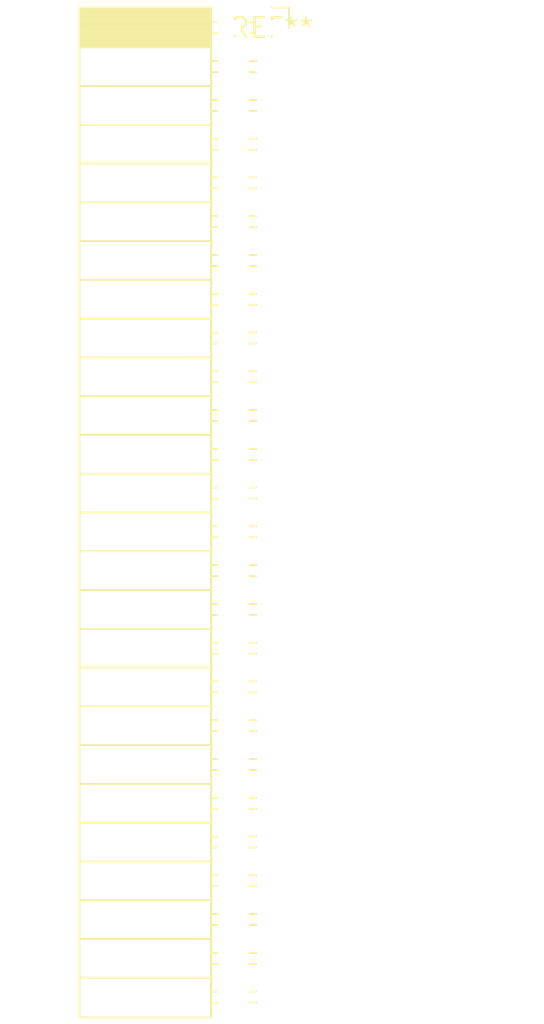
<source format=kicad_pcb>
(kicad_pcb (version 20240108) (generator pcbnew)
  (layers (0 "F.Cu" signal) (31 "B.Cu" signal) (34 "B.Paste" user) (35 "F.Paste" user) (36 "B.SilkS" user "B.Silkscreen") (37 "F.SilkS" user "F.Silkscreen") (38 "B.Mask" user) (39 "F.Mask" user) (44 "Edge.Cuts" user))
  (net 0 "")
  (footprint "PinSocket_2x26_P2.54mm_Horizontal" (layer "F.Cu") (at 0 0)
    (property "Reference" "REF**")
    (property "Value" "PinSocket_2x26_P2.54mm_Horizontal")
    (fp_line (start -12.63 -1.33) (end -12.63 64.83) (layer "F.SilkS") (stroke (width 0.12)))
    (fp_line (start -12.63 -1.33) (end -4 -1.33) (layer "F.SilkS") (stroke (width 0.12)))
    (fp_line (start -12.63 -1.21) (end -4 -1.21) (layer "F.SilkS") (stroke (width 0.12)))
    (fp_line (start -12.63 -1.091905) (end -4 -1.091905) (layer "F.SilkS") (stroke (width 0.12)))
    (fp_line (start -12.63 -0.97381) (end -4 -0.97381) (layer "F.SilkS") (stroke (width 0.12)))
    (fp_line (start -12.63 -0.855715) (end -4 -0.855715) (layer "F.SilkS") (stroke (width 0.12)))
    (fp_line (start -12.63 -0.73762) (end -4 -0.73762) (layer "F.SilkS") (stroke (width 0.12)))
    (fp_line (start -12.63 -0.619525) (end -4 -0.619525) (layer "F.SilkS") (stroke (width 0.12)))
    (fp_line (start -12.63 -0.50143) (end -4 -0.50143) (layer "F.SilkS") (stroke (width 0.12)))
    (fp_line (start -12.63 -0.383335) (end -4 -0.383335) (layer "F.SilkS") (stroke (width 0.12)))
    (fp_line (start -12.63 -0.26524) (end -4 -0.26524) (layer "F.SilkS") (stroke (width 0.12)))
    (fp_line (start -12.63 -0.147145) (end -4 -0.147145) (layer "F.SilkS") (stroke (width 0.12)))
    (fp_line (start -12.63 -0.02905) (end -4 -0.02905) (layer "F.SilkS") (stroke (width 0.12)))
    (fp_line (start -12.63 0.089045) (end -4 0.089045) (layer "F.SilkS") (stroke (width 0.12)))
    (fp_line (start -12.63 0.20714) (end -4 0.20714) (layer "F.SilkS") (stroke (width 0.12)))
    (fp_line (start -12.63 0.325235) (end -4 0.325235) (layer "F.SilkS") (stroke (width 0.12)))
    (fp_line (start -12.63 0.44333) (end -4 0.44333) (layer "F.SilkS") (stroke (width 0.12)))
    (fp_line (start -12.63 0.561425) (end -4 0.561425) (layer "F.SilkS") (stroke (width 0.12)))
    (fp_line (start -12.63 0.67952) (end -4 0.67952) (layer "F.SilkS") (stroke (width 0.12)))
    (fp_line (start -12.63 0.797615) (end -4 0.797615) (layer "F.SilkS") (stroke (width 0.12)))
    (fp_line (start -12.63 0.91571) (end -4 0.91571) (layer "F.SilkS") (stroke (width 0.12)))
    (fp_line (start -12.63 1.033805) (end -4 1.033805) (layer "F.SilkS") (stroke (width 0.12)))
    (fp_line (start -12.63 1.1519) (end -4 1.1519) (layer "F.SilkS") (stroke (width 0.12)))
    (fp_line (start -12.63 1.27) (end -4 1.27) (layer "F.SilkS") (stroke (width 0.12)))
    (fp_line (start -12.63 3.81) (end -4 3.81) (layer "F.SilkS") (stroke (width 0.12)))
    (fp_line (start -12.63 6.35) (end -4 6.35) (layer "F.SilkS") (stroke (width 0.12)))
    (fp_line (start -12.63 8.89) (end -4 8.89) (layer "F.SilkS") (stroke (width 0.12)))
    (fp_line (start -12.63 11.43) (end -4 11.43) (layer "F.SilkS") (stroke (width 0.12)))
    (fp_line (start -12.63 13.97) (end -4 13.97) (layer "F.SilkS") (stroke (width 0.12)))
    (fp_line (start -12.63 16.51) (end -4 16.51) (layer "F.SilkS") (stroke (width 0.12)))
    (fp_line (start -12.63 19.05) (end -4 19.05) (layer "F.SilkS") (stroke (width 0.12)))
    (fp_line (start -12.63 21.59) (end -4 21.59) (layer "F.SilkS") (stroke (width 0.12)))
    (fp_line (start -12.63 24.13) (end -4 24.13) (layer "F.SilkS") (stroke (width 0.12)))
    (fp_line (start -12.63 26.67) (end -4 26.67) (layer "F.SilkS") (stroke (width 0.12)))
    (fp_line (start -12.63 29.21) (end -4 29.21) (layer "F.SilkS") (stroke (width 0.12)))
    (fp_line (start -12.63 31.75) (end -4 31.75) (layer "F.SilkS") (stroke (width 0.12)))
    (fp_line (start -12.63 34.29) (end -4 34.29) (layer "F.SilkS") (stroke (width 0.12)))
    (fp_line (start -12.63 36.83) (end -4 36.83) (layer "F.SilkS") (stroke (width 0.12)))
    (fp_line (start -12.63 39.37) (end -4 39.37) (layer "F.SilkS") (stroke (width 0.12)))
    (fp_line (start -12.63 41.91) (end -4 41.91) (layer "F.SilkS") (stroke (width 0.12)))
    (fp_line (start -12.63 44.45) (end -4 44.45) (layer "F.SilkS") (stroke (width 0.12)))
    (fp_line (start -12.63 46.99) (end -4 46.99) (layer "F.SilkS") (stroke (width 0.12)))
    (fp_line (start -12.63 49.53) (end -4 49.53) (layer "F.SilkS") (stroke (width 0.12)))
    (fp_line (start -12.63 52.07) (end -4 52.07) (layer "F.SilkS") (stroke (width 0.12)))
    (fp_line (start -12.63 54.61) (end -4 54.61) (layer "F.SilkS") (stroke (width 0.12)))
    (fp_line (start -12.63 57.15) (end -4 57.15) (layer "F.SilkS") (stroke (width 0.12)))
    (fp_line (start -12.63 59.69) (end -4 59.69) (layer "F.SilkS") (stroke (width 0.12)))
    (fp_line (start -12.63 62.23) (end -4 62.23) (layer "F.SilkS") (stroke (width 0.12)))
    (fp_line (start -12.63 64.83) (end -4 64.83) (layer "F.SilkS") (stroke (width 0.12)))
    (fp_line (start -4 -1.33) (end -4 64.83) (layer "F.SilkS") (stroke (width 0.12)))
    (fp_line (start -4 -0.36) (end -3.59 -0.36) (layer "F.SilkS") (stroke (width 0.12)))
    (fp_line (start -4 0.36) (end -3.59 0.36) (layer "F.SilkS") (stroke (width 0.12)))
    (fp_line (start -4 2.18) (end -3.59 2.18) (layer "F.SilkS") (stroke (width 0.12)))
    (fp_line (start -4 2.9) (end -3.59 2.9) (layer "F.SilkS") (stroke (width 0.12)))
    (fp_line (start -4 4.72) (end -3.59 4.72) (layer "F.SilkS") (stroke (width 0.12)))
    (fp_line (start -4 5.44) (end -3.59 5.44) (layer "F.SilkS") (stroke (width 0.12)))
    (fp_line (start -4 7.26) (end -3.59 7.26) (layer "F.SilkS") (stroke (width 0.12)))
    (fp_line (start -4 7.98) (end -3.59 7.98) (layer "F.SilkS") (stroke (width 0.12)))
    (fp_line (start -4 9.8) (end -3.59 9.8) (layer "F.SilkS") (stroke (width 0.12)))
    (fp_line (start -4 10.52) (end -3.59 10.52) (layer "F.SilkS") (stroke (width 0.12)))
    (fp_line (start -4 12.34) (end -3.59 12.34) (layer "F.SilkS") (stroke (width 0.12)))
    (fp_line (start -4 13.06) (end -3.59 13.06) (layer "F.SilkS") (stroke (width 0.12)))
    (fp_line (start -4 14.88) (end -3.59 14.88) (layer "F.SilkS") (stroke (width 0.12)))
    (fp_line (start -4 15.6) (end -3.59 15.6) (layer "F.SilkS") (stroke (width 0.12)))
    (fp_line (start -4 17.42) (end -3.59 17.42) (layer "F.SilkS") (stroke (width 0.12)))
    (fp_line (start -4 18.14) (end -3.59 18.14) (layer "F.SilkS") (stroke (width 0.12)))
    (fp_line (start -4 19.96) (end -3.59 19.96) (layer "F.SilkS") (stroke (width 0.12)))
    (fp_line (start -4 20.68) (end -3.59 20.68) (layer "F.SilkS") (stroke (width 0.12)))
    (fp_line (start -4 22.5) (end -3.59 22.5) (layer "F.SilkS") (stroke (width 0.12)))
    (fp_line (start -4 23.22) (end -3.59 23.22) (layer "F.SilkS") (stroke (width 0.12)))
    (fp_line (start -4 25.04) (end -3.59 25.04) (layer "F.SilkS") (stroke (width 0.12)))
    (fp_line (start -4 25.76) (end -3.59 25.76) (layer "F.SilkS") (stroke (width 0.12)))
    (fp_line (start -4 27.58) (end -3.59 27.58) (layer "F.SilkS") (stroke (width 0.12)))
    (fp_line (start -4 28.3) (end -3.59 28.3) (layer "F.SilkS") (stroke (width 0.12)))
    (fp_line (start -4 30.12) (end -3.59 30.12) (layer "F.SilkS") (stroke (width 0.12)))
    (fp_line (start -4 30.84) (end -3.59 30.84) (layer "F.SilkS") (stroke (width 0.12)))
    (fp_line (start -4 32.66) (end -3.59 32.66) (layer "F.SilkS") (stroke (width 0.12)))
    (fp_line (start -4 33.38) (end -3.59 33.38) (layer "F.SilkS") (stroke (width 0.12)))
    (fp_line (start -4 35.2) (end -3.59 35.2) (layer "F.SilkS") (stroke (width 0.12)))
    (fp_line (start -4 35.92) (end -3.59 35.92) (layer "F.SilkS") (stroke (width 0.12)))
    (fp_line (start -4 37.74) (end -3.59 37.74) (layer "F.SilkS") (stroke (width 0.12)))
    (fp_line (start -4 38.46) (end -3.59 38.46) (layer "F.SilkS") (stroke (width 0.12)))
    (fp_line (start -4 40.28) (end -3.59 40.28) (layer "F.SilkS") (stroke (width 0.12)))
    (fp_line (start -4 41) (end -3.59 41) (layer "F.SilkS") (stroke (width 0.12)))
    (fp_line (start -4 42.82) (end -3.59 42.82) (layer "F.SilkS") (stroke (width 0.12)))
    (fp_line (start -4 43.54) (end -3.59 43.54) (layer "F.SilkS") (stroke (width 0.12)))
    (fp_line (start -4 45.36) (end -3.59 45.36) (layer "F.SilkS") (stroke (width 0.12)))
    (fp_line (start -4 46.08) (end -3.59 46.08) (layer "F.SilkS") (stroke (width 0.12)))
    (fp_line (start -4 47.9) (end -3.59 47.9) (layer "F.SilkS") (stroke (width 0.12)))
    (fp_line (start -4 48.62) (end -3.59 48.62) (layer "F.SilkS") (stroke (width 0.12)))
    (fp_line (start -4 50.44) (end -3.59 50.44) (layer "F.SilkS") (stroke (width 0.12)))
    (fp_line (start -4 51.16) (end -3.59 51.16) (layer "F.SilkS") (stroke (width 0.12)))
    (fp_line (start -4 52.98) (end -3.59 52.98) (layer "F.SilkS") (stroke (width 0.12)))
    (fp_line (start -4 53.7) (end -3.59 53.7) (layer "F.SilkS") (stroke (width 0.12)))
    (fp_line (start -4 55.52) (end -3.59 55.52) (layer "F.SilkS") (stroke (width 0.12)))
    (fp_line (start -4 56.24) (end -3.59 56.24) (layer "F.SilkS") (stroke (width 0.12)))
    (fp_line (start -4 58.06) (end -3.59 58.06) (layer "F.SilkS") (stroke (width 0.12)))
    (fp_line (start -4 58.78) (end -3.59 58.78) (layer "F.SilkS") (stroke (width 0.12)))
    (fp_line (start -4 60.6) (end -3.59 60.6) (layer "F.SilkS") (stroke (width 0.12)))
    (fp_line (start -4 61.32) (end -3.59 61.32) (layer "F.SilkS") (stroke (width 0.12)))
    (fp_line (start -4 63.14) (end -3.59 63.14) (layer "F.SilkS") (stroke (width 0.12)))
    (fp_line (start -4 63.86) (end -3.59 63.86) (layer "F.SilkS") (stroke (width 0.12)))
    (fp_line (start -1.49 -0.36) (end -1.11 -0.36) (layer "F.SilkS") (stroke (width 0.12)))
    (fp_line (start -1.49 0.36) (end -1.11 0.36) (layer "F.SilkS") (stroke (width 0.12)))
    (fp_line (start -1.49 2.18) (end -1.05 2.18) (layer "F.SilkS") (stroke (width 0.12)))
    (fp_line (start -1.49 2.9) (end -1.05 2.9) (layer "F.SilkS") (stroke (width 0.12)))
    (fp_line (start -1.49 4.72) (end -1.05 4.72) (layer "F.SilkS") (stroke (width 0.12)))
    (fp_line (start -1.49 5.44) (end -1.05 5.44) (layer "F.SilkS") (stroke (width 0.12)))
    (fp_line (start -1.49 7.26) (end -1.05 7.26) (layer "F.SilkS") (stroke (width 0.12)))
    (fp_line (start -1.49 7.98) (end -1.05 7.98) (layer "F.SilkS") (stroke (width 0.12)))
    (fp_line (start -1.49 9.8) (end -1.05 9.8) (layer "F.SilkS") (stroke (width 0.12)))
    (fp_line (start -1.49 10.52) (end -1.05 10.52) (layer "F.SilkS") (stroke (width 0.12)))
    (fp_line (start -1.49 12.34) (end -1.05 12.34) (layer "F.SilkS") (stroke (width 0.12)))
    (fp_line (start -1.49 13.06) (end -1.05 13.06) (layer "F.SilkS") (stroke (width 0.12)))
    (fp_line (start -1.49 14.88) (end -1.05 14.88) (layer "F.SilkS") (stroke (width 0.12)))
    (fp_line (start -1.49 15.6) (end -1.05 15.6) (layer "F.SilkS") (stroke (width 0.12)))
    (fp_line (start -1.49 17.42) (end -1.05 17.42) (layer "F.SilkS") (stroke (width 0.12)))
    (fp_line (start -1.49 18.14) (end -1.05 18.14) (layer "F.SilkS") (stroke (width 0.12)))
    (fp_line (start -1.49 19.96) (end -1.05 19.96) (layer "F.SilkS") (stroke (width 0.12)))
    (fp_line (start -1.49 20.68) (end -1.05 20.68) (layer "F.SilkS") (stroke (width 0.12)))
    (fp_line (start -1.49 22.5) (end -1.05 22.5) (layer "F.SilkS") (stroke (width 0.12)))
    (fp_line (start -1.49 23.22) (end -1.05 23.22) (layer "F.SilkS") (stroke (width 0.12)))
    (fp_line (start -1.49 25.04) (end -1.05 25.04) (layer "F.SilkS") (stroke (width 0.12)))
    (fp_line (start -1.49 25.76) (end -1.05 25.76) (layer "F.SilkS") (stroke (width 0.12)))
    (fp_line (start -1.49 27.58) (end -1.05 27.58) (layer "F.SilkS") (stroke (width 0.12)))
    (fp_line (start -1.49 28.3) (end -1.05 28.3) (layer "F.SilkS") (stroke (width 0.12)))
    (fp_line (start -1.49 30.12) (end -1.05 30.12) (layer "F.SilkS") (stroke (width 0.12)))
    (fp_line (start -1.49 30.84) (end -1.05 30.84) (layer "F.SilkS") (stroke (width 0.12)))
    (fp_line (start -1.49 32.66) (end -1.05 32.66) (layer "F.SilkS") (stroke (width 0.12)))
    (fp_line (start -1.49 33.38) (end -1.05 33.38) (layer "F.SilkS") (stroke (width 0.12)))
    (fp_line (start -1.49 35.2) (end -1.05 35.2) (layer "F.SilkS") (stroke (width 0.12)))
    (fp_line (start -1.49 35.92) (end -1.05 35.92) (layer "F.SilkS") (stroke (width 0.12)))
    (fp_line (start -1.49 37.74) (end -1.05 37.74) (layer "F.SilkS") (stroke (width 0.12)))
    (fp_line (start -1.49 38.46) (end -1.05 38.46) (layer "F.SilkS") (stroke (width 0.12)))
    (fp_line (start -1.49 40.28) (end -1.05 40.28) (layer "F.SilkS") (stroke (width 0.12)))
    (fp_line (start -1.49 41) (end -1.05 41) (layer "F.SilkS") (stroke (width 0.12)))
    (fp_line (start -1.49 42.82) (end -1.05 42.82) (layer "F.SilkS") (stroke (width 0.12)))
    (fp_line (start -1.49 43.54) (end -1.05 43.54) (layer "F.SilkS") (stroke (width 0.12)))
    (fp_line (start -1.49 45.36) (end -1.05 45.36) (layer "F.SilkS") (stroke (width 0.12)))
    (fp_line (start -1.49 46.08) (end -1.05 46.08) (layer "F.SilkS") (stroke (width 0.12)))
    (fp_line (start -1.49 47.9) (end -1.05 47.9) (layer "F.SilkS") (stroke (width 0.12)))
    (fp_line (start -1.49 48.62) (end -1.05 48.62) (layer "F.SilkS") (stroke (width 0.12)))
    (fp_line (start -1.49 50.44) (end -1.05 50.44) (layer "F.SilkS") (stroke (width 0.12)))
    (fp_line (start -1.49 51.16) (end -1.05 51.16) (layer "F.SilkS") (stroke (width 0.12)))
    (fp_line (start -1.49 52.98) (end -1.05 52.98) (layer "F.SilkS") (stroke (width 0.12)))
    (fp_line (start -1.49 53.7) (end -1.05 53.7) (layer "F.SilkS") (stroke (width 0.12)))
    (fp_line (start -1.49 55.52) (end -1.05 55.52) (layer "F.SilkS") (stroke (width 0.12)))
    (fp_line (start -1.49 56.24) (end -1.05 56.24) (layer "F.SilkS") (stroke (width 0.12)))
    (fp_line (start -1.49 58.06) (end -1.05 58.06) (layer "F.SilkS") (stroke (width 0.12)))
    (fp_line (start -1.49 58.78) (end -1.05 58.78) (layer "F.SilkS") (stroke (width 0.12)))
    (fp_line (start -1.49 60.6) (end -1.05 60.6) (layer "F.SilkS") (stroke (width 0.12)))
    (fp_line (start -1.49 61.32) (end -1.05 61.32) (layer "F.SilkS") (stroke (width 0.12)))
    (fp_line (start -1.49 63.14) (end -1.05 63.14) (layer "F.SilkS") (stroke (width 0.12)))
    (fp_line (start -1.49 63.86) (end -1.05 63.86) (layer "F.SilkS") (stroke (width 0.12)))
    (fp_line (start 0 -1.33) (end 1.11 -1.33) (layer "F.SilkS") (stroke (width 0.12)))
    (fp_line (start 1.11 -1.33) (end 1.11 0) (layer "F.SilkS") (stroke (width 0.12)))
    (pad "1" thru_hole rect (at 0 0) (size 1.7 1.7) (drill 1) (layers *.Cu *.Mask) (remove_unused_layers))
    (pad "2" thru_hole oval (at -2.54 0) (size 1.7 1.7) (drill 1) (layers *.Cu *.Mask) (remove_unused_layers))
    (pad "3" thru_hole oval (at 0 2.54) (size 1.7 1.7) (drill 1) (layers *.Cu *.Mask) (remove_unused_layers))
    (pad "4" thru_hole oval (at -2.54 2.54) (size 1.7 1.7) (drill 1) (layers *.Cu *.Mask) (remove_unused_layers))
    (pad "5" thru_hole oval (at 0 5.08) (size 1.7 1.7) (drill 1) (layers *.Cu *.Mask) (remove_unused_layers))
    (pad "6" thru_hole oval (at -2.54 5.08) (size 1.7 1.7) (drill 1) (layers *.Cu *.Mask) (remove_unused_layers))
    (pad "7" thru_hole oval (at 0 7.62) (size 1.7 1.7) (drill 1) (layers *.Cu *.Mask) (remove_unused_layers))
    (pad "8" thru_hole oval (at -2.54 7.62) (size 1.7 1.7) (drill 1) (layers *.Cu *.Mask) (remove_unused_layers))
    (pad "9" thru_hole oval (at 0 10.16) (size 1.7 1.7) (drill 1) (layers *.Cu *.Mask) (remove_unused_layers))
    (pad "10" thru_hole oval (at -2.54 10.16) (size 1.7 1.7) (drill 1) (layers *.Cu *.Mask) (remove_unused_layers))
    (pad "11" thru_hole oval (at 0 12.7) (size 1.7 1.7) (drill 1) (layers *.Cu *.Mask) (remove_unused_layers))
    (pad "12" thru_hole oval (at -2.54 12.7) (size 1.7 1.7) (drill 1) (layers *.Cu *.Mask) (remove_unused_layers))
    (pad "13" thru_hole oval (at 0 15.24) (size 1.7 1.7) (drill 1) (layers *.Cu *.Mask) (remove_unused_layers))
    (pad "14" thru_hole oval (at -2.54 15.24) (size 1.7 1.7) (drill 1) (layers *.Cu *.Mask) (remove_unused_layers))
    (pad "15" thru_hole oval (at 0 17.78) (size 1.7 1.7) (drill 1) (layers *.Cu *.Mask) (remove_unused_layers))
    (pad "16" thru_hole oval (at -2.54 17.78) (size 1.7 1.7) (drill 1) (layers *.Cu *.Mask) (remove_unused_layers))
    (pad "17" thru_hole oval (at 0 20.32) (size 1.7 1.7) (drill 1) (layers *.Cu *.Mask) (remove_unused_layers))
    (pad "18" thru_hole oval (at -2.54 20.32) (size 1.7 1.7) (drill 1) (layers *.Cu *.Mask) (remove_unused_layers))
    (pad "19" thru_hole oval (at 0 22.86) (size 1.7 1.7) (drill 1) (layers *.Cu *.Mask) (remove_unused_layers))
    (pad "20" thru_hole oval (at -2.54 22.86) (size 1.7 1.7) (drill 1) (layers *.Cu *.Mask) (remove_unused_layers))
    (pad "21" thru_hole oval (at 0 25.4) (size 1.7 1.7) (drill 1) (layers *.Cu *.Mask) (remove_unused_layers))
    (pad "22" thru_hole oval (at -2.54 25.4) (size 1.7 1.7) (drill 1) (layers *.Cu *.Mask) (remove_unused_layers))
    (pad "23" thru_hole oval (at 0 27.94) (size 1.7 1.7) (drill 1) (layers *.Cu *.Mask) (remove_unused_layers))
    (pad "24" thru_hole oval (at -2.54 27.94) (size 1.7 1.7) (drill 1) (layers *.Cu *.Mask) (remove_unused_layers))
    (pad "25" thru_hole oval (at 0 30.48) (size 1.7 1.7) (drill 1) (layers *.Cu *.Mask) (remove_unused_layers))
    (pad "26" thru_hole oval (at -2.54 30.48) (size 1.7 1.7) (drill 1) (layers *.Cu *.Mask) (remove_unused_layers))
    (pad "27" thru_hole oval (at 0 33.02) (size 1.7 1.7) (drill 1) (layers *.Cu *.Mask) (remove_unused_layers))
    (pad "28" thru_hole oval (at -2.54 33.02) (size 1.7 1.7) (drill 1) (layers *.Cu *.Mask) (remove_unused_layers))
    (pad "29" thru_hole oval (at 0 35.56) (size 1.7 1.7) (drill 1) (layers *.Cu *.Mask) (remove_unused_layers))
    (pad "30" thru_hole oval (at -2.54 35.56) (size 1.7 1.7) (drill 1) (layers *.Cu *.Mask) (remove_unused_layers))
    (pad "31" thru_hole oval (at 0 38.1) (size 1.7 1.7) (drill 1) (layers *.Cu *.Mask) (remove_unused_layers))
    (pad "32" thru_hole oval (at -2.54 38.1) (size 1.7 1.7) (drill 1) (layers *.Cu *.Mask) (remove_unused_layers))
    (pad "33" thru_hole oval (at 0 40.64) (size 1.7 1.7) (drill 1) (layers *.Cu *.Mask) (remove_unused_layers))
    (pad "34" thru_hole oval (at -2.54 40.64) (size 1.7 1.7) (drill 1) (layers *.Cu *.Mask) (remove_unused_layers))
    (pad "35" thru_hole oval (at 0 43.18) (size 1.7 1.7) (drill 1) (layers *.Cu *.Mask) (remove_unused_layers))
    (pad "36" thru_hole oval (at -2.54 43.18) (size 1.7 1.7) (drill 1) (layers *.Cu *.Mask) (remove_unused_layers))
    (pad "37" thru_hole oval (at 0 45.72) (size 1.7 1.7) (drill 1) (layers *.Cu *.Mask) (remove_unused_layers))
    (pad "38" thru_hole oval (at -2.54 45.72) (size 1.7 1.7) (drill 1) (layers *.Cu *.Mask) (remove_unused_layers))
    (pad "39" thru_hole oval (at 0 48.26) (size 1.7 1.7) (drill 1) (layers *.Cu *.Mask) (remove_unused_layers))
    (pad "40" thru_hole oval (at -2.54 48.26) (size 1.7 1.7) (drill 1) (layers *.Cu *.Mask) (remove_unused_layers))
    (pad "41" thru_hole oval (at 0 50.8) (size 1.7 1.7) (drill 1) (layers *.Cu *.Mask) (remove_unused_layers))
    (pad "42" thru_hole oval (at -2.54 50.8) (size 1.7 1.7) (drill 1) (layers *.Cu *.Mask) (remove_unused_layers))
    (pad "43" thru_hole oval (at 0 53.34) (size 1.7 1.7) (drill 1) (layers *.Cu *.Mask) (remove_unused_layers))
    (pad "44" thru_hole oval (at -2.54 53.34) (size 1.7 1.7) (drill 1) (layers *.Cu *.Mask) (remove_unused_layers))
    (pad "45" thru_hole oval (at 0 55.88) (size 1.7 1.7) (drill 1) (layers *.Cu *.Mask) (remove_unused_layers))
    (pad "46" thru_hole oval (at -2.54 55.88) (size 1.7 1.7) (drill 1) (layers *.Cu *.Mask) (remove_unused_layers))
    (pad "47" thru_hole oval (at 0 58.42) (size 1.7 1.7) (drill 1) (layers *.Cu *.Mask) (remove_unused_layers))
    (pad "48" thru_hole oval (at -2.54 58.42) (size 1.7 1.7) (drill 1) (layers *.Cu *.Mask) (remove_unused_layers))
    (pad "49" thru_hole oval (at 0 60.96) (size 1.7 1.7) (drill 1) (layers *.Cu *.Mask) (remove_unused_layers))
    (pad "50" thru_hole oval (at -2.54 60.96) (size 1.7 1.7) (drill 1) (layers *.Cu *.Mask) (remove_unused_layers))
    (pad "51" thru_hole oval (at 0 63.5) (size 1.7 1.7) (drill 1) (layers *.Cu *.Mask) (remove_unused_layers))
    (pad "52" thru_hole oval (at -2.54 63.5) (size 1.7 1.7) (drill 1) (layers *.Cu *.Mask) (remove_unused_layers))
  )
)
</source>
